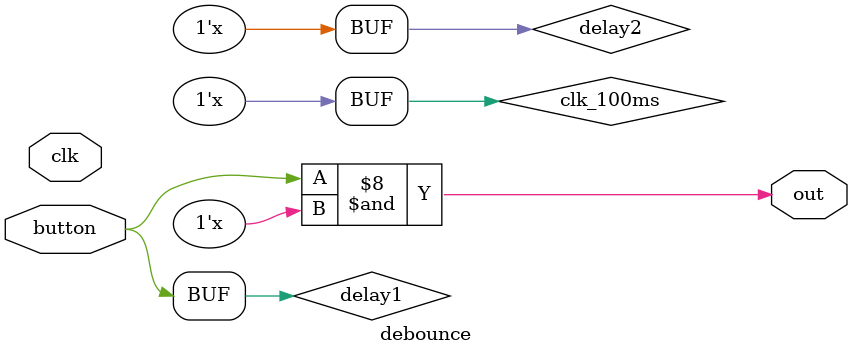
<source format=sv>
module debounce(clk, button, out);
    input clk;
    input button;
    output out;
    reg delay1;
    reg delay2;
    reg clk_100ms;
    reg [31:0] cnt;
    always@(clk)
    begin
        if((cnt + 1) % 5000000 == 0)
        begin
            clk_100ms <= ~clk_100ms;
            cnt <= 0;
        end
        else
            cnt <= cnt + 1;
    end
    always@(clk_100ms)
    begin
        delay1 <= button;
        delay2 <= delay1;
    end
    assign out = delay1 & delay2;
endmodule
</source>
